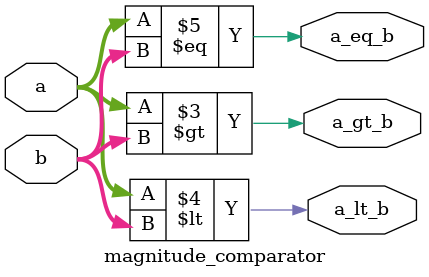
<source format=v>
module magnitude_comparator(a_gt_b , a_lt_b , a_eq_b , a , b );
	output a_eq_b, a_gt_b, a_lt_b;
	input [3:0] a , b ;

	assign a_gt_b = (a > b );
	assign a_lt_b = (a < b );
	assign a_eq_b = (a == b );
endmodule 
module stimulus;
	reg [3:0] a , b ;
	wire a_gt_b , a_lt_b , a_eq_b ;

	magnitude_comparator MC(a_gt_b , a_lt_b, a_eq_b, a , b );
	initial 
		$monitor($time , "a = %b , b = %b , a_gt_b = %b , a_lt_b = %b , a_eq_b = %b ", a , b, a_gt_b, a_lt_b, a_eq_b );


	initial 
		begin 
			//
		end
endmodule 

</source>
